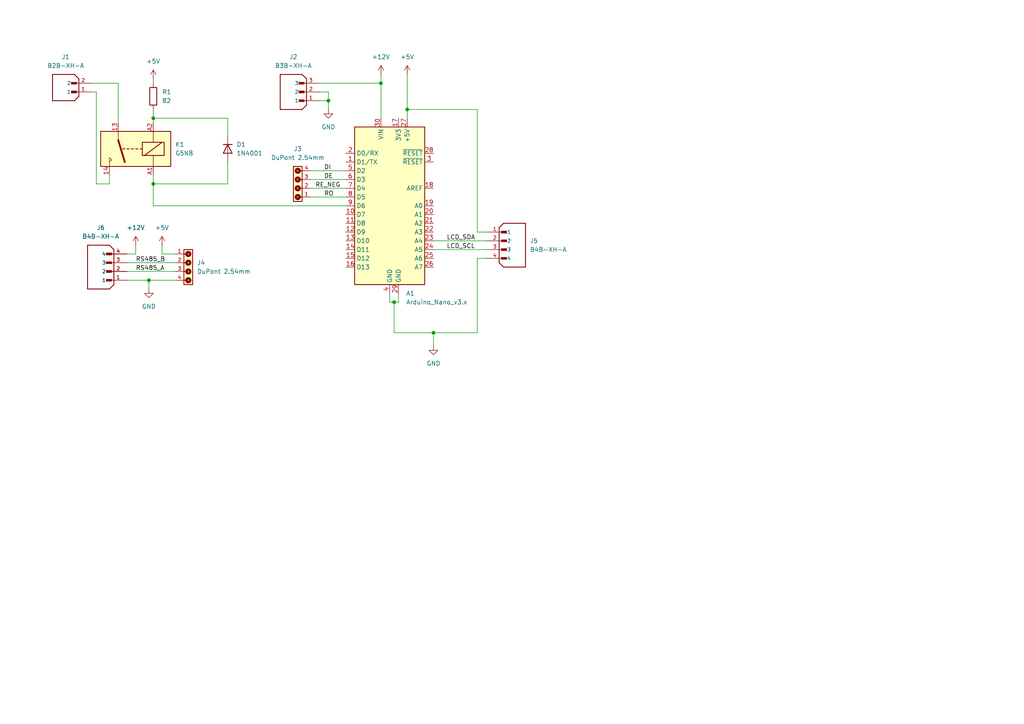
<source format=kicad_sch>
(kicad_sch (version 20231120) (generator "eeschema") (generator_version "8.0")
  (paper "A4")
  (lib_symbols
    (symbol "6130XX11121_61300411121:6130XX11121_61300411121" (pin_names (offset 1.016))
      (property "Reference" "J" (at -7.62 -1.778 0))
      (property "Value" "6130XX11121_61300411121" (at -7.62 -5.08 0))
      (symbol "6130XX11121_61300411121_0_0"
        (rectangle (start -6.35 -2.54) (end 3.81 0) (stroke (width 0.254)) (fill (type background)))
        (circle (center -5.08 -1.27) (radius 0.254) (stroke (width 0.635)))
        (circle (center -2.54 -1.27) (radius 0.254) (stroke (width 0.635)))
        (circle (center 0 -1.27) (radius 0.254) (stroke (width 0.635)))
        (polyline (pts (xy -5.08 -1.27) (xy -5.08 -2.54)) (stroke (width 0.254)))
        (polyline (pts (xy -2.54 -1.27) (xy -2.54 -2.54)) (stroke (width 0.254)))
        (polyline (pts (xy 0 -1.27) (xy 0 -2.54)) (stroke (width 0.254)))
        (polyline (pts (xy 2.54 -1.27) (xy 2.54 -2.54)) (stroke (width 0.254)))
        (circle (center 2.54 -1.27) (radius 0.254) (stroke (width 0.635)))
        (pin passive line (at -5.08 -5.08 90) (length 2.54) (name "~") (number "1"))
        (pin passive line (at -2.54 -5.08 90) (length 2.54) (name "~") (number "2"))
        (pin passive line (at 0 -5.08 90) (length 2.54) (name "~") (number "3"))
        (pin passive line (at 2.54 -5.08 90) (length 2.54) (name "~") (number "4"))
      )
    )
    (symbol "B2B-XH-A:B2B-XH-A" (pin_names (offset 1.016))
      (property "Reference" "J" (at -2.54 6.35 0))
      (property "Value" "B2B-XH-A" (at -2.54 -5.08 0))
      (symbol "B2B-XH-A_0_0"
        (rectangle (start -3.175 -0.3175) (end -1.5875 0.3175) (stroke (width 0.1)) (fill (type outline)))
        (rectangle (start -3.175 2.2225) (end -1.5875 2.8575) (stroke (width 0.1)) (fill (type outline)))
        (polyline (pts (xy -3.81 -1.27) (xy -2.54 -2.54)) (stroke (width 0.254)))
        (polyline (pts (xy -3.81 3.81) (xy -3.81 -1.27)) (stroke (width 0.254)))
        (polyline (pts (xy -3.81 3.81) (xy -2.54 5.08)) (stroke (width 0.254)))
        (polyline (pts (xy -2.54 -2.54) (xy 3.81 -2.54)) (stroke (width 0.254)))
        (polyline (pts (xy 3.81 -2.54) (xy 3.81 5.08)) (stroke (width 0.254)))
        (polyline (pts (xy 3.81 5.08) (xy -2.54 5.08)) (stroke (width 0.254)))
        (pin passive line (at -7.62 2.54 0) (length 5.08) (name "1") (number "1"))
        (pin passive line (at -7.62 0 0) (length 5.08) (name "2") (number "2"))
      )
    )
    (symbol "B3B-XH-A:B3B-XH-A" (pin_names (offset 1.016))
      (property "Reference" "J" (at -2.54 6.35 0))
      (property "Value" "B3B-XH-A" (at -2.54 -7.62 0))
      (symbol "B3B-XH-A_0_0"
        (rectangle (start -3.175 -2.8575) (end -1.5875 -2.2225) (stroke (width 0.1)) (fill (type outline)))
        (rectangle (start -3.175 -0.3175) (end -1.5875 0.3175) (stroke (width 0.1)) (fill (type outline)))
        (rectangle (start -3.175 2.2225) (end -1.5875 2.8575) (stroke (width 0.1)) (fill (type outline)))
        (polyline (pts (xy -3.81 -3.81) (xy -2.54 -5.08)) (stroke (width 0.254)))
        (polyline (pts (xy -3.81 3.81) (xy -3.81 -3.81)) (stroke (width 0.254)))
        (polyline (pts (xy -3.81 3.81) (xy -2.54 5.08)) (stroke (width 0.254)))
        (polyline (pts (xy -2.54 -5.08) (xy 3.81 -5.08)) (stroke (width 0.254)))
        (polyline (pts (xy 3.81 -5.08) (xy 3.81 5.08)) (stroke (width 0.254)))
        (polyline (pts (xy 3.81 5.08) (xy -2.54 5.08)) (stroke (width 0.254)))
        (pin passive line (at -7.62 2.54 0) (length 5.08) (name "1") (number "1"))
        (pin passive line (at -7.62 0 0) (length 5.08) (name "2") (number "2"))
        (pin passive line (at -7.62 -2.54 0) (length 5.08) (name "3") (number "3"))
      )
    )
    (symbol "B4B-XH-A:B4B-XH-A" (pin_names (offset 1.016))
      (property "Reference" "J" (at -2.54 6.35 0))
      (property "Value" "B4B-XH-A" (at -2.54 -10.16 0))
      (symbol "B4B-XH-A_0_0"
        (rectangle (start -3.175 -5.3975) (end -1.5875 -4.7625) (stroke (width 0.1)) (fill (type outline)))
        (rectangle (start -3.175 -2.8575) (end -1.5875 -2.2225) (stroke (width 0.1)) (fill (type outline)))
        (rectangle (start -3.175 -0.3175) (end -1.5875 0.3175) (stroke (width 0.1)) (fill (type outline)))
        (rectangle (start -3.175 2.2225) (end -1.5875 2.8575) (stroke (width 0.1)) (fill (type outline)))
        (polyline (pts (xy -3.81 -6.35) (xy -2.54 -7.62)) (stroke (width 0.254)))
        (polyline (pts (xy -3.81 3.81) (xy -3.81 -6.35)) (stroke (width 0.254)))
        (polyline (pts (xy -3.81 3.81) (xy -2.54 5.08)) (stroke (width 0.254)))
        (polyline (pts (xy -2.54 -7.62) (xy 3.81 -7.62)) (stroke (width 0.254)))
        (polyline (pts (xy 3.81 -7.62) (xy 3.81 5.08)) (stroke (width 0.254)))
        (polyline (pts (xy 3.81 5.08) (xy -2.54 5.08)) (stroke (width 0.254)))
        (pin passive line (at -7.62 2.54 0) (length 5.08) (name "1") (number "1"))
        (pin passive line (at -7.62 0 0) (length 5.08) (name "2") (number "2"))
        (pin passive line (at -7.62 -2.54 0) (length 5.08) (name "3") (number "3"))
        (pin passive line (at -7.62 -5.08 0) (length 5.08) (name "4") (number "4"))
      )
    )
    (symbol "Device:R" (pin_numbers hide) (pin_names (offset 0))
      (property "Reference" "R" (at 2.032 0 90))
      (property "Value" "R" (at 0 0 90))
      (symbol "R_0_1"
        (rectangle (start -1.016 -2.54) (end 1.016 2.54) (stroke (width 0.254)))
      )
      (symbol "R_1_1"
        (pin passive line (at 0 3.81 270) (length 1.27) (name "~") (number "1"))
        (pin passive line (at 0 -3.81 90) (length 1.27) (name "~") (number "2"))
      )
    )
    (symbol "Diode:1N4001" (pin_numbers hide) (pin_names hide)
      (property "Reference" "D" (at 0 2.54 0))
      (property "Value" "1N4001" (at 0 -2.54 0))
      (symbol "1N4001_0_1"
        (polyline (pts (xy -1.27 1.27) (xy -1.27 -1.27)) (stroke (width 0.254)))
        (polyline (pts (xy 1.27 0) (xy -1.27 0)))
        (polyline (pts (xy 1.27 1.27) (xy 1.27 -1.27) (xy -1.27 0) (xy 1.27 1.27)) (stroke (width 0.254)))
      )
      (symbol "1N4001_1_1"
        (pin passive line (at -3.81 0 0) (length 2.54) (name "K") (number "1"))
        (pin passive line (at 3.81 0 180) (length 2.54) (name "A") (number "2"))
      )
    )
    (symbol "MCU_Module:Arduino_Nano_v3.x"
      (property "Reference" "A" (at -10.16 23.495 0))
      (property "Value" "Arduino_Nano_v3.x" (at 5.08 -24.13 0))
      (symbol "Arduino_Nano_v3.x_0_1"
        (rectangle (start -10.16 22.86) (end 10.16 -22.86) (stroke (width 0.254)) (fill (type background)))
      )
      (symbol "Arduino_Nano_v3.x_1_1"
        (pin bidirectional line (at -12.7 12.7 0) (length 2.54) (name "D1/TX") (number "1"))
        (pin bidirectional line (at -12.7 -2.54 0) (length 2.54) (name "D7") (number "10"))
        (pin bidirectional line (at -12.7 -5.08 0) (length 2.54) (name "D8") (number "11"))
        (pin bidirectional line (at -12.7 -7.62 0) (length 2.54) (name "D9") (number "12"))
        (pin bidirectional line (at -12.7 -10.16 0) (length 2.54) (name "D10") (number "13"))
        (pin bidirectional line (at -12.7 -12.7 0) (length 2.54) (name "D11") (number "14"))
        (pin bidirectional line (at -12.7 -15.24 0) (length 2.54) (name "D12") (number "15"))
        (pin bidirectional line (at -12.7 -17.78 0) (length 2.54) (name "D13") (number "16"))
        (pin power_out line (at 2.54 25.4 270) (length 2.54) (name "3V3") (number "17"))
        (pin input line (at 12.7 5.08 180) (length 2.54) (name "AREF") (number "18"))
        (pin bidirectional line (at 12.7 0 180) (length 2.54) (name "A0") (number "19"))
        (pin bidirectional line (at -12.7 15.24 0) (length 2.54) (name "D0/RX") (number "2"))
        (pin bidirectional line (at 12.7 -2.54 180) (length 2.54) (name "A1") (number "20"))
        (pin bidirectional line (at 12.7 -5.08 180) (length 2.54) (name "A2") (number "21"))
        (pin bidirectional line (at 12.7 -7.62 180) (length 2.54) (name "A3") (number "22"))
        (pin bidirectional line (at 12.7 -10.16 180) (length 2.54) (name "A4") (number "23"))
        (pin bidirectional line (at 12.7 -12.7 180) (length 2.54) (name "A5") (number "24"))
        (pin bidirectional line (at 12.7 -15.24 180) (length 2.54) (name "A6") (number "25"))
        (pin bidirectional line (at 12.7 -17.78 180) (length 2.54) (name "A7") (number "26"))
        (pin power_out line (at 5.08 25.4 270) (length 2.54) (name "+5V") (number "27"))
        (pin input line (at 12.7 15.24 180) (length 2.54) (name "~{RESET}") (number "28"))
        (pin power_in line (at 2.54 -25.4 90) (length 2.54) (name "GND") (number "29"))
        (pin input line (at 12.7 12.7 180) (length 2.54) (name "~{RESET}") (number "3"))
        (pin power_in line (at -2.54 25.4 270) (length 2.54) (name "VIN") (number "30"))
        (pin power_in line (at 0 -25.4 90) (length 2.54) (name "GND") (number "4"))
        (pin bidirectional line (at -12.7 10.16 0) (length 2.54) (name "D2") (number "5"))
        (pin bidirectional line (at -12.7 7.62 0) (length 2.54) (name "D3") (number "6"))
        (pin bidirectional line (at -12.7 5.08 0) (length 2.54) (name "D4") (number "7"))
        (pin bidirectional line (at -12.7 2.54 0) (length 2.54) (name "D5") (number "8"))
        (pin bidirectional line (at -12.7 0 0) (length 2.54) (name "D6") (number "9"))
      )
    )
    (symbol "Relay:G5NB"
      (property "Reference" "K" (at 11.43 3.81 0))
      (property "Value" "G5NB" (at 11.43 1.27 0))
      (symbol "G5NB_0_0"
        (polyline (pts (xy 7.62 5.08) (xy 7.62 2.54) (xy 6.985 3.175) (xy 7.62 3.81)))
      )
      (symbol "G5NB_0_1"
        (rectangle (start -10.16 5.08) (end 10.16 -5.08) (stroke (width 0.254)) (fill (type background)))
        (rectangle (start -8.255 1.905) (end -1.905 -1.905) (stroke (width 0.254)))
        (polyline (pts (xy -7.62 -1.905) (xy -2.54 1.905)) (stroke (width 0.254)))
        (polyline (pts (xy -5.08 -5.08) (xy -5.08 -1.905)))
        (polyline (pts (xy -5.08 5.08) (xy -5.08 1.905)))
        (polyline (pts (xy -1.905 0) (xy -1.27 0)) (stroke (width 0.254)))
        (polyline (pts (xy -0.635 0) (xy 0 0)) (stroke (width 0.254)))
        (polyline (pts (xy 0.635 0) (xy 1.27 0)) (stroke (width 0.254)))
        (polyline (pts (xy 1.905 0) (xy 2.54 0)) (stroke (width 0.254)))
        (polyline (pts (xy 3.175 0) (xy 3.81 0)) (stroke (width 0.254)))
        (polyline (pts (xy 5.08 -2.54) (xy 3.175 3.81)) (stroke (width 0.508)))
        (polyline (pts (xy 5.08 -2.54) (xy 5.08 -5.08)))
      )
      (symbol "G5NB_1_1"
        (pin passive line (at 5.08 -7.62 90) (length 2.54) (name "~") (number "13"))
        (pin passive line (at 7.62 7.62 270) (length 2.54) (name "~") (number "14"))
        (pin passive line (at -5.08 7.62 270) (length 2.54) (name "~") (number "A1"))
        (pin passive line (at -5.08 -7.62 90) (length 2.54) (name "~") (number "A2"))
      )
    )
    (symbol "power:+12V" (power) (pin_numbers hide) (pin_names (offset 0) hide)
      (property "Value" "+12V" (at 0 3.556 0))
      (symbol "+12V_0_1"
        (polyline (pts (xy -0.762 1.27) (xy 0 2.54)))
        (polyline (pts (xy 0 0) (xy 0 2.54)))
        (polyline (pts (xy 0 2.54) (xy 0.762 1.27)))
      )
      (symbol "+12V_1_1"
        (pin power_in line (at 0 0 90) (length 0) (name "~") (number "1"))
      )
    )
    (symbol "power:GND" (power) (pin_numbers hide) (pin_names (offset 0) hide)
      (property "Value" "GND" (at 0 -3.81 0))
      (symbol "GND_0_1"
        (polyline (pts (xy 0 0) (xy 0 -1.27) (xy 1.27 -1.27) (xy 0 -2.54) (xy -1.27 -1.27) (xy 0 -1.27)))
      )
      (symbol "GND_1_1"
        (pin power_in line (at 0 0 270) (length 0) (name "~") (number "1"))
      )
    )
  )
  (junction (at 44.45 53.34))
  (junction (at 118.11 31.75))
  (junction (at 114.3 87.63))
  (junction (at 43.18 81.28))
  (junction (at 95.25 29.21))
  (junction (at 125.73 96.52))
  (junction (at 110.49 24.13))
  (junction (at 44.45 34.29))
  (wire (pts (xy 36.83 76.2) (xy 50.8 76.2)))
  (wire (pts (xy 113.03 87.63) (xy 114.3 87.63)))
  (wire (pts (xy 46.99 73.66) (xy 46.99 71.12)))
  (wire (pts (xy 36.83 78.74) (xy 50.8 78.74)))
  (wire (pts (xy 115.57 85.09) (xy 115.57 87.63)))
  (wire (pts (xy 92.71 26.67) (xy 95.25 26.67)))
  (wire (pts (xy 92.71 29.21) (xy 95.25 29.21)))
  (wire (pts (xy 26.67 26.67) (xy 27.94 26.67)))
  (wire (pts (xy 44.45 53.34) (xy 44.45 59.69)))
  (wire (pts (xy 90.17 57.15) (xy 100.33 57.15)))
  (wire (pts (xy 90.17 52.07) (xy 100.33 52.07)))
  (wire (pts (xy 114.3 96.52) (xy 114.3 87.63)))
  (wire (pts (xy 140.97 74.93) (xy 138.43 74.93)))
  (wire (pts (xy 44.45 31.75) (xy 44.45 34.29)))
  (wire (pts (xy 138.43 67.31) (xy 138.43 31.75)))
  (wire (pts (xy 90.17 54.61) (xy 100.33 54.61)))
  (wire (pts (xy 125.73 69.85) (xy 140.97 69.85)))
  (wire (pts (xy 66.04 34.29) (xy 66.04 39.37)))
  (wire (pts (xy 125.73 96.52) (xy 138.43 96.52)))
  (wire (pts (xy 39.37 71.12) (xy 39.37 73.66)))
  (wire (pts (xy 44.45 59.69) (xy 100.33 59.69)))
  (wire (pts (xy 43.18 81.28) (xy 50.8 81.28)))
  (wire (pts (xy 110.49 24.13) (xy 110.49 21.59)))
  (wire (pts (xy 44.45 22.86) (xy 44.45 24.13)))
  (wire (pts (xy 36.83 73.66) (xy 39.37 73.66)))
  (wire (pts (xy 36.83 81.28) (xy 43.18 81.28)))
  (wire (pts (xy 90.17 49.53) (xy 100.33 49.53)))
  (wire (pts (xy 140.97 67.31) (xy 138.43 67.31)))
  (wire (pts (xy 138.43 74.93) (xy 138.43 96.52)))
  (wire (pts (xy 27.94 53.34) (xy 31.75 53.34)))
  (wire (pts (xy 113.03 85.09) (xy 113.03 87.63)))
  (wire (pts (xy 27.94 26.67) (xy 27.94 53.34)))
  (wire (pts (xy 44.45 34.29) (xy 44.45 35.56)))
  (wire (pts (xy 66.04 53.34) (xy 44.45 53.34)))
  (wire (pts (xy 66.04 34.29) (xy 44.45 34.29)))
  (wire (pts (xy 138.43 31.75) (xy 118.11 31.75)))
  (wire (pts (xy 50.8 73.66) (xy 46.99 73.66)))
  (wire (pts (xy 26.67 24.13) (xy 34.29 24.13)))
  (wire (pts (xy 95.25 26.67) (xy 95.25 29.21)))
  (wire (pts (xy 44.45 53.34) (xy 44.45 50.8)))
  (wire (pts (xy 114.3 87.63) (xy 115.57 87.63)))
  (wire (pts (xy 110.49 34.29) (xy 110.49 24.13)))
  (wire (pts (xy 95.25 29.21) (xy 95.25 31.75)))
  (wire (pts (xy 43.18 81.28) (xy 43.18 83.82)))
  (wire (pts (xy 66.04 46.99) (xy 66.04 53.34)))
  (wire (pts (xy 92.71 24.13) (xy 110.49 24.13)))
  (wire (pts (xy 31.75 53.34) (xy 31.75 50.8)))
  (wire (pts (xy 125.73 96.52) (xy 114.3 96.52)))
  (wire (pts (xy 118.11 21.59) (xy 118.11 31.75)))
  (wire (pts (xy 118.11 31.75) (xy 118.11 34.29)))
  (wire (pts (xy 125.73 72.39) (xy 140.97 72.39)))
  (wire (pts (xy 34.29 24.13) (xy 34.29 35.56)))
  (wire (pts (xy 125.73 100.33) (xy 125.73 96.52)))
  (label "RO" (at 93.98 57.15 0))
  (label "LCD_SCL" (at 129.54 72.39 0))
  (label "DI" (at 93.98 49.53 0))
  (label "RS485_B" (at 39.37 76.2 0))
  (label "RS485_A" (at 39.37 78.74 0))
  (label "RE_NEG" (at 91.44 54.61 0))
  (label "DE" (at 93.98 52.07 0))
  (label "LCD_SDA" (at 129.54 69.85 0))
  (symbol (lib_id "B4B-XH-A:B4B-XH-A") (at 29.21 78.74 180) (unit 1)
    (property "Reference" "J6" (at 29.21 66.04 0))
    (property "Value" "B4B-XH-A" (at 29.21 68.58 0))
    (property "Footprint" "B4B_XH_A:JST_B4B-XH-A" (effects (hide yes)))
    (property "PARTREV" "7/4/21" (effects (hide yes)))
    (property "STANDARD" "Manufacturer Recommendations" (effects (hide yes)))
    (property "MAXIMUM_PACKAGE_HEIGHT" "7.00 mm" (effects (hide yes)))
    (property "MANUFACTURER" "JST" (effects (hide yes)))
  )
  (symbol (lib_id "power:+12V") (at 118.11 21.59 0) (unit 1)
    (property "Reference" "#PWR05" (effects (hide yes)))
    (property "Value" "+5V" (at 118.11 16.51 0))
    (property "Description" "Power symbol creates a global label with name \"+12V\"" (effects (hide yes)))
  )
  (symbol (lib_id "B4B-XH-A:B4B-XH-A") (at 148.59 69.85 0) (unit 1)
    (property "Reference" "J5" (at 153.67 69.8499 0) (effects (justify left)))
    (property "Value" "B4B-XH-A" (at 153.67 72.3899 0) (effects (justify left)))
    (property "Footprint" "B4B_XH_A:JST_B4B-XH-A" (effects (hide yes)))
    (property "PARTREV" "7/4/21" (effects (hide yes)))
    (property "STANDARD" "Manufacturer Recommendations" (effects (hide yes)))
    (property "MAXIMUM_PACKAGE_HEIGHT" "7.00 mm" (effects (hide yes)))
    (property "MANUFACTURER" "JST" (effects (hide yes)))
  )
  (symbol (lib_id "power:+12V") (at 46.99 71.12 0) (unit 1)
    (property "Reference" "#PWR08" (effects (hide yes)))
    (property "Value" "+5V" (at 46.99 66.04 0))
    (property "Description" "Power symbol creates a global label with name \"+12V\"" (effects (hide yes)))
  )
  (symbol (lib_id "Diode:1N4001") (at 66.04 43.18 270) (unit 1)
    (property "Reference" "D1" (at 68.58 41.9099 90) (effects (justify left)))
    (property "Value" "1N4001" (at 68.58 44.4499 90) (effects (justify left)))
    (property "Footprint" "Diode_THT:D_DO-41_SOD81_P10.16mm_Horizontal" (effects (hide yes)))
    (property "Datasheet" "http://www.vishay.com/docs/88503/1n4001.pdf" (effects (hide yes)))
    (property "Description" "50V 1A General Purpose Rectifier Diode, DO-41" (effects (hide yes)))
    (property "Sim.Device" "D" (effects (hide yes)))
    (property "Sim.Pins" "1=K 2=A" (effects (hide yes)))
  )
  (symbol (lib_id "B3B-XH-A:B3B-XH-A") (at 85.09 26.67 180) (unit 1)
    (property "Reference" "J2" (at 85.09 16.51 0))
    (property "Value" "B3B-XH-A" (at 85.09 19.05 0))
    (property "Footprint" "B3B_XH_A:JST_B3B-XH-A" (effects (hide yes)))
    (property "PARTREV" "7/4/21" (effects (hide yes)))
    (property "STANDARD" "Manufacturer Recommendations" (effects (hide yes)))
    (property "MAXIMUM_PACKAGE_HEIGHT" "7.00 mm" (effects (hide yes)))
    (property "MANUFACTURER" "JST Sales America Inc." (effects (hide yes)))
  )
  (symbol (lib_id "MCU_Module:Arduino_Nano_v3.x") (at 113.03 59.69 0) (unit 1)
    (property "Reference" "A1" (at 117.7641 85.09 0) (effects (justify left)))
    (property "Value" "Arduino_Nano_v3.x" (at 117.7641 87.63 0) (effects (justify left)))
    (property "Footprint" "Module:Arduino_Nano" (effects (hide yes)))
    (property "Datasheet" "http://www.mouser.com/pdfdocs/Gravitech_Arduino_Nano3_0.pdf" (effects (hide yes)))
    (property "Description" "Arduino Nano v3.x" (effects (hide yes)))
  )
  (symbol (lib_id "power:GND") (at 95.25 31.75 0) (unit 1)
    (property "Reference" "#PWR02" (effects (hide yes)))
    (property "Value" "GND" (at 95.25 36.83 0))
    (property "Description" "Power symbol creates a global label with name \"GND\" , ground" (effects (hide yes)))
  )
  (symbol (lib_id "power:GND") (at 125.73 100.33 0) (unit 1)
    (property "Reference" "#PWR07" (effects (hide yes)))
    (property "Value" "GND" (at 125.73 105.41 0))
    (property "Description" "Power symbol creates a global label with name \"GND\" , ground" (effects (hide yes)))
  )
  (symbol (lib_id "power:+12V") (at 44.45 22.86 0) (unit 1)
    (property "Reference" "#PWR06" (effects (hide yes)))
    (property "Value" "+5V" (at 44.45 17.78 0))
    (property "Description" "Power symbol creates a global label with name \"+12V\"" (effects (hide yes)))
  )
  (symbol (lib_id "6130XX11121_61300411121:6130XX11121_61300411121") (at 55.88 78.74 270) (unit 1)
    (property "Reference" "J4" (at 57.15 76.1999 90) (effects (justify left)))
    (property "Value" "DuPont 2.54mm" (at 57.15 78.7399 90) (effects (justify left)))
    (property "Footprint" "61300411121:61300411121" (effects (hide yes)))
  )
  (symbol (lib_id "power:+12V") (at 110.49 21.59 0) (unit 1)
    (property "Reference" "#PWR01" (effects (hide yes)))
    (property "Value" "+12V" (at 110.49 16.51 0))
    (property "Description" "Power symbol creates a global label with name \"+12V\"" (effects (hide yes)))
  )
  (symbol (lib_id "power:GND") (at 43.18 83.82 0) (unit 1)
    (property "Reference" "#PWR04" (effects (hide yes)))
    (property "Value" "GND" (at 43.18 88.9 0))
    (property "Description" "Power symbol creates a global label with name \"GND\" , ground" (effects (hide yes)))
  )
  (symbol (lib_id "Device:R") (at 44.45 27.94 0) (unit 1)
    (property "Reference" "R1" (at 46.99 26.6699 0) (effects (justify left)))
    (property "Value" "82" (at 46.99 29.2099 0) (effects (justify left)))
    (property "Footprint" "Resistor_THT:R_Axial_DIN0309_L9.0mm_D3.2mm_P12.70mm_Horizontal" (effects (hide yes)))
    (property "Description" "Resistor" (effects (hide yes)))
  )
  (symbol (lib_id "B2B-XH-A:B2B-XH-A") (at 19.05 24.13 180) (unit 1)
    (property "Reference" "J1" (at 19.05 16.51 0))
    (property "Value" "B2B-XH-A" (at 19.05 19.05 0))
    (property "Footprint" "B2B_XH_A:JST_B2B-XH-A" (effects (hide yes)))
    (property "PARTREV" "N/A" (effects (hide yes)))
    (property "STANDARD" "Manufacturer Recommendations" (effects (hide yes)))
    (property "MAXIMUM_PACKAGE_HEIGHT" "7 mm" (effects (hide yes)))
    (property "MANUFACTURER" "JST Sales America Inc." (effects (hide yes)))
  )
  (symbol (lib_id "6130XX11121_61300411121:6130XX11121_61300411121") (at 85.09 52.07 90) (unit 1)
    (property "Reference" "J3" (at 86.36 43.18 90))
    (property "Value" "DuPont 2.54mm" (at 86.36 45.72 90))
    (property "Footprint" "61300411121:61300411121" (effects (hide yes)))
  )
  (symbol (lib_id "power:+12V") (at 39.37 71.12 0) (unit 1)
    (property "Reference" "#PWR03" (effects (hide yes)))
    (property "Value" "+12V" (at 39.37 66.04 0))
    (property "Description" "Power symbol creates a global label with name \"+12V\"" (effects (hide yes)))
  )
  (symbol (lib_id "Relay:G5NB") (at 39.37 43.18 180) (unit 1)
    (property "Reference" "K1" (at 50.8 41.9099 0) (effects (justify right)))
    (property "Value" "G5NB" (at 50.8 44.4499 0) (effects (justify right)))
    (property "Footprint" "Relay_THT:Relay_SPST_Omron_G5NB" (effects (hide yes)))
    (property "Datasheet" "https://omronfs.omron.com/en_US/ecb/products/pdf/en-g5nb_el.pdf" (effects (hide yes)))
    (property "Description" "PCB Power Relay, SPST-NO, 7A (250 VAC), 5A (30 VDC)" (effects (hide yes)))
  )
)
</source>
